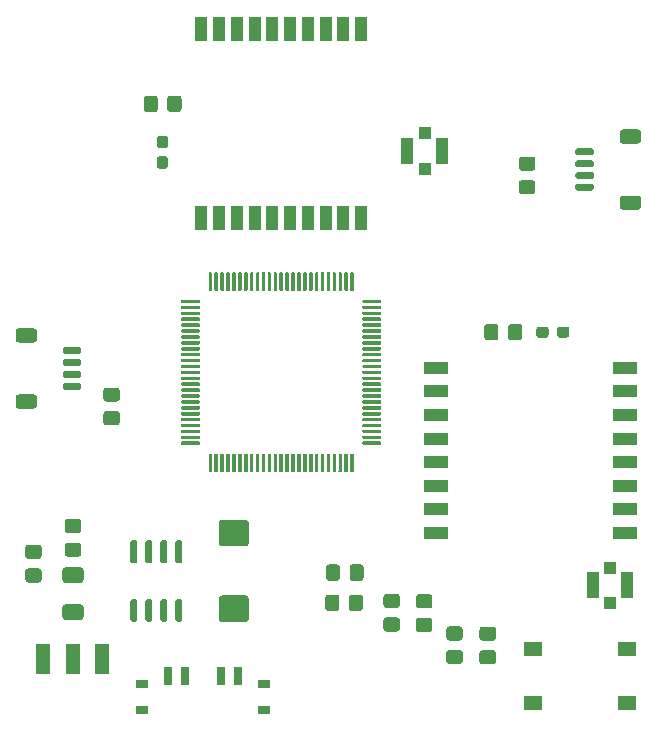
<source format=gbr>
%TF.GenerationSoftware,KiCad,Pcbnew,(5.1.7)-1*%
%TF.CreationDate,2020-10-23T17:33:59-04:00*%
%TF.ProjectId,final_schematic,66696e61-6c5f-4736-9368-656d61746963,3*%
%TF.SameCoordinates,Original*%
%TF.FileFunction,Paste,Top*%
%TF.FilePolarity,Positive*%
%FSLAX46Y46*%
G04 Gerber Fmt 4.6, Leading zero omitted, Abs format (unit mm)*
G04 Created by KiCad (PCBNEW (5.1.7)-1) date 2020-10-23 17:33:59*
%MOMM*%
%LPD*%
G01*
G04 APERTURE LIST*
%ADD10R,1.000000X1.000000*%
%ADD11R,1.050000X2.200000*%
%ADD12R,0.700000X1.500000*%
%ADD13R,1.000000X0.800000*%
%ADD14R,1.250000X2.500000*%
%ADD15R,1.550000X1.300000*%
%ADD16R,1.000000X2.000000*%
%ADD17R,2.000000X1.000000*%
G04 APERTURE END LIST*
%TO.C,OLED Qwiic*%
G36*
G01*
X99024199Y-78323800D02*
X100324201Y-78323800D01*
G75*
G02*
X100574200Y-78573799I0J-249999D01*
G01*
X100574200Y-79273801D01*
G75*
G02*
X100324201Y-79523800I-249999J0D01*
G01*
X99024199Y-79523800D01*
G75*
G02*
X98774200Y-79273801I0J249999D01*
G01*
X98774200Y-78573799D01*
G75*
G02*
X99024199Y-78323800I249999J0D01*
G01*
G37*
G36*
G01*
X99024199Y-72723800D02*
X100324201Y-72723800D01*
G75*
G02*
X100574200Y-72973799I0J-249999D01*
G01*
X100574200Y-73673801D01*
G75*
G02*
X100324201Y-73923800I-249999J0D01*
G01*
X99024199Y-73923800D01*
G75*
G02*
X98774200Y-73673801I0J249999D01*
G01*
X98774200Y-72973799D01*
G75*
G02*
X99024199Y-72723800I249999J0D01*
G01*
G37*
G36*
G01*
X102924200Y-77323800D02*
X104174200Y-77323800D01*
G75*
G02*
X104324200Y-77473800I0J-150000D01*
G01*
X104324200Y-77773800D01*
G75*
G02*
X104174200Y-77923800I-150000J0D01*
G01*
X102924200Y-77923800D01*
G75*
G02*
X102774200Y-77773800I0J150000D01*
G01*
X102774200Y-77473800D01*
G75*
G02*
X102924200Y-77323800I150000J0D01*
G01*
G37*
G36*
G01*
X102924200Y-76323800D02*
X104174200Y-76323800D01*
G75*
G02*
X104324200Y-76473800I0J-150000D01*
G01*
X104324200Y-76773800D01*
G75*
G02*
X104174200Y-76923800I-150000J0D01*
G01*
X102924200Y-76923800D01*
G75*
G02*
X102774200Y-76773800I0J150000D01*
G01*
X102774200Y-76473800D01*
G75*
G02*
X102924200Y-76323800I150000J0D01*
G01*
G37*
G36*
G01*
X102924200Y-75323800D02*
X104174200Y-75323800D01*
G75*
G02*
X104324200Y-75473800I0J-150000D01*
G01*
X104324200Y-75773800D01*
G75*
G02*
X104174200Y-75923800I-150000J0D01*
G01*
X102924200Y-75923800D01*
G75*
G02*
X102774200Y-75773800I0J150000D01*
G01*
X102774200Y-75473800D01*
G75*
G02*
X102924200Y-75323800I150000J0D01*
G01*
G37*
G36*
G01*
X102924200Y-74323800D02*
X104174200Y-74323800D01*
G75*
G02*
X104324200Y-74473800I0J-150000D01*
G01*
X104324200Y-74773800D01*
G75*
G02*
X104174200Y-74923800I-150000J0D01*
G01*
X102924200Y-74923800D01*
G75*
G02*
X102774200Y-74773800I0J150000D01*
G01*
X102774200Y-74473800D01*
G75*
G02*
X102924200Y-74323800I150000J0D01*
G01*
G37*
%TD*%
%TO.C,IMU*%
G36*
G01*
X151470601Y-57083600D02*
X150170599Y-57083600D01*
G75*
G02*
X149920600Y-56833601I0J249999D01*
G01*
X149920600Y-56133599D01*
G75*
G02*
X150170599Y-55883600I249999J0D01*
G01*
X151470601Y-55883600D01*
G75*
G02*
X151720600Y-56133599I0J-249999D01*
G01*
X151720600Y-56833601D01*
G75*
G02*
X151470601Y-57083600I-249999J0D01*
G01*
G37*
G36*
G01*
X151470601Y-62683600D02*
X150170599Y-62683600D01*
G75*
G02*
X149920600Y-62433601I0J249999D01*
G01*
X149920600Y-61733599D01*
G75*
G02*
X150170599Y-61483600I249999J0D01*
G01*
X151470601Y-61483600D01*
G75*
G02*
X151720600Y-61733599I0J-249999D01*
G01*
X151720600Y-62433601D01*
G75*
G02*
X151470601Y-62683600I-249999J0D01*
G01*
G37*
G36*
G01*
X147570600Y-58083600D02*
X146320600Y-58083600D01*
G75*
G02*
X146170600Y-57933600I0J150000D01*
G01*
X146170600Y-57633600D01*
G75*
G02*
X146320600Y-57483600I150000J0D01*
G01*
X147570600Y-57483600D01*
G75*
G02*
X147720600Y-57633600I0J-150000D01*
G01*
X147720600Y-57933600D01*
G75*
G02*
X147570600Y-58083600I-150000J0D01*
G01*
G37*
G36*
G01*
X147570600Y-59083600D02*
X146320600Y-59083600D01*
G75*
G02*
X146170600Y-58933600I0J150000D01*
G01*
X146170600Y-58633600D01*
G75*
G02*
X146320600Y-58483600I150000J0D01*
G01*
X147570600Y-58483600D01*
G75*
G02*
X147720600Y-58633600I0J-150000D01*
G01*
X147720600Y-58933600D01*
G75*
G02*
X147570600Y-59083600I-150000J0D01*
G01*
G37*
G36*
G01*
X147570600Y-60083600D02*
X146320600Y-60083600D01*
G75*
G02*
X146170600Y-59933600I0J150000D01*
G01*
X146170600Y-59633600D01*
G75*
G02*
X146320600Y-59483600I150000J0D01*
G01*
X147570600Y-59483600D01*
G75*
G02*
X147720600Y-59633600I0J-150000D01*
G01*
X147720600Y-59933600D01*
G75*
G02*
X147570600Y-60083600I-150000J0D01*
G01*
G37*
G36*
G01*
X147570600Y-61083600D02*
X146320600Y-61083600D01*
G75*
G02*
X146170600Y-60933600I0J150000D01*
G01*
X146170600Y-60633600D01*
G75*
G02*
X146320600Y-60483600I150000J0D01*
G01*
X147570600Y-60483600D01*
G75*
G02*
X147720600Y-60633600I0J-150000D01*
G01*
X147720600Y-60933600D01*
G75*
G02*
X147570600Y-61083600I-150000J0D01*
G01*
G37*
%TD*%
%TO.C,R9*%
G36*
G01*
X135478099Y-97955300D02*
X136378101Y-97955300D01*
G75*
G02*
X136628100Y-98205299I0J-249999D01*
G01*
X136628100Y-98905301D01*
G75*
G02*
X136378101Y-99155300I-249999J0D01*
G01*
X135478099Y-99155300D01*
G75*
G02*
X135228100Y-98905301I0J249999D01*
G01*
X135228100Y-98205299D01*
G75*
G02*
X135478099Y-97955300I249999J0D01*
G01*
G37*
G36*
G01*
X135478099Y-99955300D02*
X136378101Y-99955300D01*
G75*
G02*
X136628100Y-100205299I0J-249999D01*
G01*
X136628100Y-100905301D01*
G75*
G02*
X136378101Y-101155300I-249999J0D01*
G01*
X135478099Y-101155300D01*
G75*
G02*
X135228100Y-100905301I0J249999D01*
G01*
X135228100Y-100205299D01*
G75*
G02*
X135478099Y-99955300I249999J0D01*
G01*
G37*
%TD*%
%TO.C,R14*%
G36*
G01*
X126180900Y-95511199D02*
X126180900Y-96411201D01*
G75*
G02*
X125930901Y-96661200I-249999J0D01*
G01*
X125230899Y-96661200D01*
G75*
G02*
X124980900Y-96411201I0J249999D01*
G01*
X124980900Y-95511199D01*
G75*
G02*
X125230899Y-95261200I249999J0D01*
G01*
X125930901Y-95261200D01*
G75*
G02*
X126180900Y-95511199I0J-249999D01*
G01*
G37*
G36*
G01*
X128180900Y-95511199D02*
X128180900Y-96411201D01*
G75*
G02*
X127930901Y-96661200I-249999J0D01*
G01*
X127230899Y-96661200D01*
G75*
G02*
X126980900Y-96411201I0J249999D01*
G01*
X126980900Y-95511199D01*
G75*
G02*
X127230899Y-95261200I249999J0D01*
G01*
X127930901Y-95261200D01*
G75*
G02*
X128180900Y-95511199I0J-249999D01*
G01*
G37*
%TD*%
%TO.C,R8*%
G36*
G01*
X126244400Y-92958499D02*
X126244400Y-93858501D01*
G75*
G02*
X125994401Y-94108500I-249999J0D01*
G01*
X125294399Y-94108500D01*
G75*
G02*
X125044400Y-93858501I0J249999D01*
G01*
X125044400Y-92958499D01*
G75*
G02*
X125294399Y-92708500I249999J0D01*
G01*
X125994401Y-92708500D01*
G75*
G02*
X126244400Y-92958499I0J-249999D01*
G01*
G37*
G36*
G01*
X128244400Y-92958499D02*
X128244400Y-93858501D01*
G75*
G02*
X127994401Y-94108500I-249999J0D01*
G01*
X127294399Y-94108500D01*
G75*
G02*
X127044400Y-93858501I0J249999D01*
G01*
X127044400Y-92958499D01*
G75*
G02*
X127294399Y-92708500I249999J0D01*
G01*
X127994401Y-92708500D01*
G75*
G02*
X128244400Y-92958499I0J-249999D01*
G01*
G37*
%TD*%
%TO.C,R7*%
G36*
G01*
X141624899Y-60178900D02*
X142524901Y-60178900D01*
G75*
G02*
X142774900Y-60428899I0J-249999D01*
G01*
X142774900Y-61128901D01*
G75*
G02*
X142524901Y-61378900I-249999J0D01*
G01*
X141624899Y-61378900D01*
G75*
G02*
X141374900Y-61128901I0J249999D01*
G01*
X141374900Y-60428899D01*
G75*
G02*
X141624899Y-60178900I249999J0D01*
G01*
G37*
G36*
G01*
X141624899Y-58178900D02*
X142524901Y-58178900D01*
G75*
G02*
X142774900Y-58428899I0J-249999D01*
G01*
X142774900Y-59128901D01*
G75*
G02*
X142524901Y-59378900I-249999J0D01*
G01*
X141624899Y-59378900D01*
G75*
G02*
X141374900Y-59128901I0J249999D01*
G01*
X141374900Y-58428899D01*
G75*
G02*
X141624899Y-58178900I249999J0D01*
G01*
G37*
%TD*%
%TO.C,R6*%
G36*
G01*
X107345901Y-78936900D02*
X106445899Y-78936900D01*
G75*
G02*
X106195900Y-78686901I0J249999D01*
G01*
X106195900Y-77986899D01*
G75*
G02*
X106445899Y-77736900I249999J0D01*
G01*
X107345901Y-77736900D01*
G75*
G02*
X107595900Y-77986899I0J-249999D01*
G01*
X107595900Y-78686901D01*
G75*
G02*
X107345901Y-78936900I-249999J0D01*
G01*
G37*
G36*
G01*
X107345901Y-80936900D02*
X106445899Y-80936900D01*
G75*
G02*
X106195900Y-80686901I0J249999D01*
G01*
X106195900Y-79986899D01*
G75*
G02*
X106445899Y-79736900I249999J0D01*
G01*
X107345901Y-79736900D01*
G75*
G02*
X107595900Y-79986899I0J-249999D01*
G01*
X107595900Y-80686901D01*
G75*
G02*
X107345901Y-80936900I-249999J0D01*
G01*
G37*
%TD*%
%TO.C,C1*%
G36*
G01*
X104282001Y-94286500D02*
X102981999Y-94286500D01*
G75*
G02*
X102732000Y-94036501I0J249999D01*
G01*
X102732000Y-93211499D01*
G75*
G02*
X102981999Y-92961500I249999J0D01*
G01*
X104282001Y-92961500D01*
G75*
G02*
X104532000Y-93211499I0J-249999D01*
G01*
X104532000Y-94036501D01*
G75*
G02*
X104282001Y-94286500I-249999J0D01*
G01*
G37*
G36*
G01*
X104282001Y-97411500D02*
X102981999Y-97411500D01*
G75*
G02*
X102732000Y-97161501I0J249999D01*
G01*
X102732000Y-96336499D01*
G75*
G02*
X102981999Y-96086500I249999J0D01*
G01*
X104282001Y-96086500D01*
G75*
G02*
X104532000Y-96336499I0J-249999D01*
G01*
X104532000Y-97161501D01*
G75*
G02*
X104282001Y-97411500I-249999J0D01*
G01*
G37*
%TD*%
%TO.C,C12*%
G36*
G01*
X116221399Y-88943800D02*
X118271401Y-88943800D01*
G75*
G02*
X118521400Y-89193799I0J-249999D01*
G01*
X118521400Y-90943801D01*
G75*
G02*
X118271401Y-91193800I-249999J0D01*
G01*
X116221399Y-91193800D01*
G75*
G02*
X115971400Y-90943801I0J249999D01*
G01*
X115971400Y-89193799D01*
G75*
G02*
X116221399Y-88943800I249999J0D01*
G01*
G37*
G36*
G01*
X116221399Y-95343800D02*
X118271401Y-95343800D01*
G75*
G02*
X118521400Y-95593799I0J-249999D01*
G01*
X118521400Y-97343801D01*
G75*
G02*
X118271401Y-97593800I-249999J0D01*
G01*
X116221399Y-97593800D01*
G75*
G02*
X115971400Y-97343801I0J249999D01*
G01*
X115971400Y-95593799D01*
G75*
G02*
X116221399Y-95343800I249999J0D01*
G01*
G37*
%TD*%
%TO.C,D1*%
G36*
G01*
X110963700Y-58160400D02*
X111438700Y-58160400D01*
G75*
G02*
X111676200Y-58397900I0J-237500D01*
G01*
X111676200Y-58972900D01*
G75*
G02*
X111438700Y-59210400I-237500J0D01*
G01*
X110963700Y-59210400D01*
G75*
G02*
X110726200Y-58972900I0J237500D01*
G01*
X110726200Y-58397900D01*
G75*
G02*
X110963700Y-58160400I237500J0D01*
G01*
G37*
G36*
G01*
X110963700Y-56410400D02*
X111438700Y-56410400D01*
G75*
G02*
X111676200Y-56647900I0J-237500D01*
G01*
X111676200Y-57222900D01*
G75*
G02*
X111438700Y-57460400I-237500J0D01*
G01*
X110963700Y-57460400D01*
G75*
G02*
X110726200Y-57222900I0J237500D01*
G01*
X110726200Y-56647900D01*
G75*
G02*
X110963700Y-56410400I237500J0D01*
G01*
G37*
%TD*%
%TO.C,D2*%
G36*
G01*
X142852000Y-73287900D02*
X142852000Y-72812900D01*
G75*
G02*
X143089500Y-72575400I237500J0D01*
G01*
X143664500Y-72575400D01*
G75*
G02*
X143902000Y-72812900I0J-237500D01*
G01*
X143902000Y-73287900D01*
G75*
G02*
X143664500Y-73525400I-237500J0D01*
G01*
X143089500Y-73525400D01*
G75*
G02*
X142852000Y-73287900I0J237500D01*
G01*
G37*
G36*
G01*
X144602000Y-73287900D02*
X144602000Y-72812900D01*
G75*
G02*
X144839500Y-72575400I237500J0D01*
G01*
X145414500Y-72575400D01*
G75*
G02*
X145652000Y-72812900I0J-237500D01*
G01*
X145652000Y-73287900D01*
G75*
G02*
X145414500Y-73525400I-237500J0D01*
G01*
X144839500Y-73525400D01*
G75*
G02*
X144602000Y-73287900I0J237500D01*
G01*
G37*
%TD*%
D10*
%TO.C,J8*%
X133424199Y-56196100D03*
X133424199Y-59196100D03*
D11*
X131949199Y-57696100D03*
X134899199Y-57696100D03*
%TD*%
%TO.C,RADIO_COAX*%
X150566600Y-94488000D03*
X147616600Y-94488000D03*
D10*
X149091600Y-95988000D03*
X149091600Y-92988000D03*
%TD*%
%TO.C,R1*%
G36*
G01*
X109617200Y-54171001D02*
X109617200Y-53270999D01*
G75*
G02*
X109867199Y-53021000I249999J0D01*
G01*
X110567201Y-53021000D01*
G75*
G02*
X110817200Y-53270999I0J-249999D01*
G01*
X110817200Y-54171001D01*
G75*
G02*
X110567201Y-54421000I-249999J0D01*
G01*
X109867199Y-54421000D01*
G75*
G02*
X109617200Y-54171001I0J249999D01*
G01*
G37*
G36*
G01*
X111617200Y-54171001D02*
X111617200Y-53270999D01*
G75*
G02*
X111867199Y-53021000I249999J0D01*
G01*
X112567201Y-53021000D01*
G75*
G02*
X112817200Y-53270999I0J-249999D01*
G01*
X112817200Y-54171001D01*
G75*
G02*
X112567201Y-54421000I-249999J0D01*
G01*
X111867199Y-54421000D01*
G75*
G02*
X111617200Y-54171001I0J249999D01*
G01*
G37*
%TD*%
%TO.C,R2*%
G36*
G01*
X138455600Y-73500401D02*
X138455600Y-72600399D01*
G75*
G02*
X138705599Y-72350400I249999J0D01*
G01*
X139405601Y-72350400D01*
G75*
G02*
X139655600Y-72600399I0J-249999D01*
G01*
X139655600Y-73500401D01*
G75*
G02*
X139405601Y-73750400I-249999J0D01*
G01*
X138705599Y-73750400D01*
G75*
G02*
X138455600Y-73500401I0J249999D01*
G01*
G37*
G36*
G01*
X140455600Y-73500401D02*
X140455600Y-72600399D01*
G75*
G02*
X140705599Y-72350400I249999J0D01*
G01*
X141405601Y-72350400D01*
G75*
G02*
X141655600Y-72600399I0J-249999D01*
G01*
X141655600Y-73500401D01*
G75*
G02*
X141405601Y-73750400I-249999J0D01*
G01*
X140705599Y-73750400D01*
G75*
G02*
X140455600Y-73500401I0J249999D01*
G01*
G37*
%TD*%
%TO.C,R3*%
G36*
G01*
X103181999Y-90862100D02*
X104082001Y-90862100D01*
G75*
G02*
X104332000Y-91112099I0J-249999D01*
G01*
X104332000Y-91812101D01*
G75*
G02*
X104082001Y-92062100I-249999J0D01*
G01*
X103181999Y-92062100D01*
G75*
G02*
X102932000Y-91812101I0J249999D01*
G01*
X102932000Y-91112099D01*
G75*
G02*
X103181999Y-90862100I249999J0D01*
G01*
G37*
G36*
G01*
X103181999Y-88862100D02*
X104082001Y-88862100D01*
G75*
G02*
X104332000Y-89112099I0J-249999D01*
G01*
X104332000Y-89812101D01*
G75*
G02*
X104082001Y-90062100I-249999J0D01*
G01*
X103181999Y-90062100D01*
G75*
G02*
X102932000Y-89812101I0J249999D01*
G01*
X102932000Y-89112099D01*
G75*
G02*
X103181999Y-88862100I249999J0D01*
G01*
G37*
%TD*%
%TO.C,R4*%
G36*
G01*
X138297499Y-99984000D02*
X139197501Y-99984000D01*
G75*
G02*
X139447500Y-100233999I0J-249999D01*
G01*
X139447500Y-100934001D01*
G75*
G02*
X139197501Y-101184000I-249999J0D01*
G01*
X138297499Y-101184000D01*
G75*
G02*
X138047500Y-100934001I0J249999D01*
G01*
X138047500Y-100233999D01*
G75*
G02*
X138297499Y-99984000I249999J0D01*
G01*
G37*
G36*
G01*
X138297499Y-97984000D02*
X139197501Y-97984000D01*
G75*
G02*
X139447500Y-98233999I0J-249999D01*
G01*
X139447500Y-98934001D01*
G75*
G02*
X139197501Y-99184000I-249999J0D01*
G01*
X138297499Y-99184000D01*
G75*
G02*
X138047500Y-98934001I0J249999D01*
G01*
X138047500Y-98233999D01*
G75*
G02*
X138297499Y-97984000I249999J0D01*
G01*
G37*
%TD*%
%TO.C,R5*%
G36*
G01*
X132912699Y-95240800D02*
X133812701Y-95240800D01*
G75*
G02*
X134062700Y-95490799I0J-249999D01*
G01*
X134062700Y-96190801D01*
G75*
G02*
X133812701Y-96440800I-249999J0D01*
G01*
X132912699Y-96440800D01*
G75*
G02*
X132662700Y-96190801I0J249999D01*
G01*
X132662700Y-95490799D01*
G75*
G02*
X132912699Y-95240800I249999J0D01*
G01*
G37*
G36*
G01*
X132912699Y-97240800D02*
X133812701Y-97240800D01*
G75*
G02*
X134062700Y-97490799I0J-249999D01*
G01*
X134062700Y-98190801D01*
G75*
G02*
X133812701Y-98440800I-249999J0D01*
G01*
X132912699Y-98440800D01*
G75*
G02*
X132662700Y-98190801I0J249999D01*
G01*
X132662700Y-97490799D01*
G75*
G02*
X132912699Y-97240800I249999J0D01*
G01*
G37*
%TD*%
%TO.C,R10*%
G36*
G01*
X99829199Y-93046500D02*
X100729201Y-93046500D01*
G75*
G02*
X100979200Y-93296499I0J-249999D01*
G01*
X100979200Y-93996501D01*
G75*
G02*
X100729201Y-94246500I-249999J0D01*
G01*
X99829199Y-94246500D01*
G75*
G02*
X99579200Y-93996501I0J249999D01*
G01*
X99579200Y-93296499D01*
G75*
G02*
X99829199Y-93046500I249999J0D01*
G01*
G37*
G36*
G01*
X99829199Y-91046500D02*
X100729201Y-91046500D01*
G75*
G02*
X100979200Y-91296499I0J-249999D01*
G01*
X100979200Y-91996501D01*
G75*
G02*
X100729201Y-92246500I-249999J0D01*
G01*
X99829199Y-92246500D01*
G75*
G02*
X99579200Y-91996501I0J249999D01*
G01*
X99579200Y-91296499D01*
G75*
G02*
X99829199Y-91046500I249999J0D01*
G01*
G37*
%TD*%
%TO.C,R11*%
G36*
G01*
X130169499Y-95202700D02*
X131069501Y-95202700D01*
G75*
G02*
X131319500Y-95452699I0J-249999D01*
G01*
X131319500Y-96152701D01*
G75*
G02*
X131069501Y-96402700I-249999J0D01*
G01*
X130169499Y-96402700D01*
G75*
G02*
X129919500Y-96152701I0J249999D01*
G01*
X129919500Y-95452699D01*
G75*
G02*
X130169499Y-95202700I249999J0D01*
G01*
G37*
G36*
G01*
X130169499Y-97202700D02*
X131069501Y-97202700D01*
G75*
G02*
X131319500Y-97452699I0J-249999D01*
G01*
X131319500Y-98152701D01*
G75*
G02*
X131069501Y-98402700I-249999J0D01*
G01*
X130169499Y-98402700D01*
G75*
G02*
X129919500Y-98152701I0J249999D01*
G01*
X129919500Y-97452699D01*
G75*
G02*
X130169499Y-97202700I249999J0D01*
G01*
G37*
%TD*%
D12*
%TO.C,S1*%
X111642900Y-102163900D03*
X113142900Y-102163900D03*
X116142900Y-102163900D03*
X117642900Y-102163900D03*
D13*
X109492900Y-105023900D03*
X119792900Y-105023900D03*
X119792900Y-102813900D03*
X109492900Y-102813900D03*
%TD*%
D14*
%TO.C,SESS*%
X101106600Y-100691500D03*
X103606600Y-100691500D03*
X106106600Y-100691500D03*
%TD*%
D15*
%TO.C,RADIO PUSH*%
X142561600Y-104408800D03*
X142561600Y-99908800D03*
X150521600Y-99908800D03*
X150521600Y-104408800D03*
%TD*%
%TO.C,MICRO*%
G36*
G01*
X115334600Y-84929000D02*
X115184600Y-84929000D01*
G75*
G02*
X115109600Y-84854000I0J75000D01*
G01*
X115109600Y-83404000D01*
G75*
G02*
X115184600Y-83329000I75000J0D01*
G01*
X115334600Y-83329000D01*
G75*
G02*
X115409600Y-83404000I0J-75000D01*
G01*
X115409600Y-84854000D01*
G75*
G02*
X115334600Y-84929000I-75000J0D01*
G01*
G37*
G36*
G01*
X115834600Y-84929000D02*
X115684600Y-84929000D01*
G75*
G02*
X115609600Y-84854000I0J75000D01*
G01*
X115609600Y-83404000D01*
G75*
G02*
X115684600Y-83329000I75000J0D01*
G01*
X115834600Y-83329000D01*
G75*
G02*
X115909600Y-83404000I0J-75000D01*
G01*
X115909600Y-84854000D01*
G75*
G02*
X115834600Y-84929000I-75000J0D01*
G01*
G37*
G36*
G01*
X116334600Y-84929000D02*
X116184600Y-84929000D01*
G75*
G02*
X116109600Y-84854000I0J75000D01*
G01*
X116109600Y-83404000D01*
G75*
G02*
X116184600Y-83329000I75000J0D01*
G01*
X116334600Y-83329000D01*
G75*
G02*
X116409600Y-83404000I0J-75000D01*
G01*
X116409600Y-84854000D01*
G75*
G02*
X116334600Y-84929000I-75000J0D01*
G01*
G37*
G36*
G01*
X116834600Y-84929000D02*
X116684600Y-84929000D01*
G75*
G02*
X116609600Y-84854000I0J75000D01*
G01*
X116609600Y-83404000D01*
G75*
G02*
X116684600Y-83329000I75000J0D01*
G01*
X116834600Y-83329000D01*
G75*
G02*
X116909600Y-83404000I0J-75000D01*
G01*
X116909600Y-84854000D01*
G75*
G02*
X116834600Y-84929000I-75000J0D01*
G01*
G37*
G36*
G01*
X117334600Y-84929000D02*
X117184600Y-84929000D01*
G75*
G02*
X117109600Y-84854000I0J75000D01*
G01*
X117109600Y-83404000D01*
G75*
G02*
X117184600Y-83329000I75000J0D01*
G01*
X117334600Y-83329000D01*
G75*
G02*
X117409600Y-83404000I0J-75000D01*
G01*
X117409600Y-84854000D01*
G75*
G02*
X117334600Y-84929000I-75000J0D01*
G01*
G37*
G36*
G01*
X117834600Y-84929000D02*
X117684600Y-84929000D01*
G75*
G02*
X117609600Y-84854000I0J75000D01*
G01*
X117609600Y-83404000D01*
G75*
G02*
X117684600Y-83329000I75000J0D01*
G01*
X117834600Y-83329000D01*
G75*
G02*
X117909600Y-83404000I0J-75000D01*
G01*
X117909600Y-84854000D01*
G75*
G02*
X117834600Y-84929000I-75000J0D01*
G01*
G37*
G36*
G01*
X118334600Y-84929000D02*
X118184600Y-84929000D01*
G75*
G02*
X118109600Y-84854000I0J75000D01*
G01*
X118109600Y-83404000D01*
G75*
G02*
X118184600Y-83329000I75000J0D01*
G01*
X118334600Y-83329000D01*
G75*
G02*
X118409600Y-83404000I0J-75000D01*
G01*
X118409600Y-84854000D01*
G75*
G02*
X118334600Y-84929000I-75000J0D01*
G01*
G37*
G36*
G01*
X118834600Y-84929000D02*
X118684600Y-84929000D01*
G75*
G02*
X118609600Y-84854000I0J75000D01*
G01*
X118609600Y-83404000D01*
G75*
G02*
X118684600Y-83329000I75000J0D01*
G01*
X118834600Y-83329000D01*
G75*
G02*
X118909600Y-83404000I0J-75000D01*
G01*
X118909600Y-84854000D01*
G75*
G02*
X118834600Y-84929000I-75000J0D01*
G01*
G37*
G36*
G01*
X119334600Y-84929000D02*
X119184600Y-84929000D01*
G75*
G02*
X119109600Y-84854000I0J75000D01*
G01*
X119109600Y-83404000D01*
G75*
G02*
X119184600Y-83329000I75000J0D01*
G01*
X119334600Y-83329000D01*
G75*
G02*
X119409600Y-83404000I0J-75000D01*
G01*
X119409600Y-84854000D01*
G75*
G02*
X119334600Y-84929000I-75000J0D01*
G01*
G37*
G36*
G01*
X119834600Y-84929000D02*
X119684600Y-84929000D01*
G75*
G02*
X119609600Y-84854000I0J75000D01*
G01*
X119609600Y-83404000D01*
G75*
G02*
X119684600Y-83329000I75000J0D01*
G01*
X119834600Y-83329000D01*
G75*
G02*
X119909600Y-83404000I0J-75000D01*
G01*
X119909600Y-84854000D01*
G75*
G02*
X119834600Y-84929000I-75000J0D01*
G01*
G37*
G36*
G01*
X120334600Y-84929000D02*
X120184600Y-84929000D01*
G75*
G02*
X120109600Y-84854000I0J75000D01*
G01*
X120109600Y-83404000D01*
G75*
G02*
X120184600Y-83329000I75000J0D01*
G01*
X120334600Y-83329000D01*
G75*
G02*
X120409600Y-83404000I0J-75000D01*
G01*
X120409600Y-84854000D01*
G75*
G02*
X120334600Y-84929000I-75000J0D01*
G01*
G37*
G36*
G01*
X120834600Y-84929000D02*
X120684600Y-84929000D01*
G75*
G02*
X120609600Y-84854000I0J75000D01*
G01*
X120609600Y-83404000D01*
G75*
G02*
X120684600Y-83329000I75000J0D01*
G01*
X120834600Y-83329000D01*
G75*
G02*
X120909600Y-83404000I0J-75000D01*
G01*
X120909600Y-84854000D01*
G75*
G02*
X120834600Y-84929000I-75000J0D01*
G01*
G37*
G36*
G01*
X121334600Y-84929000D02*
X121184600Y-84929000D01*
G75*
G02*
X121109600Y-84854000I0J75000D01*
G01*
X121109600Y-83404000D01*
G75*
G02*
X121184600Y-83329000I75000J0D01*
G01*
X121334600Y-83329000D01*
G75*
G02*
X121409600Y-83404000I0J-75000D01*
G01*
X121409600Y-84854000D01*
G75*
G02*
X121334600Y-84929000I-75000J0D01*
G01*
G37*
G36*
G01*
X121834600Y-84929000D02*
X121684600Y-84929000D01*
G75*
G02*
X121609600Y-84854000I0J75000D01*
G01*
X121609600Y-83404000D01*
G75*
G02*
X121684600Y-83329000I75000J0D01*
G01*
X121834600Y-83329000D01*
G75*
G02*
X121909600Y-83404000I0J-75000D01*
G01*
X121909600Y-84854000D01*
G75*
G02*
X121834600Y-84929000I-75000J0D01*
G01*
G37*
G36*
G01*
X122334600Y-84929000D02*
X122184600Y-84929000D01*
G75*
G02*
X122109600Y-84854000I0J75000D01*
G01*
X122109600Y-83404000D01*
G75*
G02*
X122184600Y-83329000I75000J0D01*
G01*
X122334600Y-83329000D01*
G75*
G02*
X122409600Y-83404000I0J-75000D01*
G01*
X122409600Y-84854000D01*
G75*
G02*
X122334600Y-84929000I-75000J0D01*
G01*
G37*
G36*
G01*
X122834600Y-84929000D02*
X122684600Y-84929000D01*
G75*
G02*
X122609600Y-84854000I0J75000D01*
G01*
X122609600Y-83404000D01*
G75*
G02*
X122684600Y-83329000I75000J0D01*
G01*
X122834600Y-83329000D01*
G75*
G02*
X122909600Y-83404000I0J-75000D01*
G01*
X122909600Y-84854000D01*
G75*
G02*
X122834600Y-84929000I-75000J0D01*
G01*
G37*
G36*
G01*
X123334600Y-84929000D02*
X123184600Y-84929000D01*
G75*
G02*
X123109600Y-84854000I0J75000D01*
G01*
X123109600Y-83404000D01*
G75*
G02*
X123184600Y-83329000I75000J0D01*
G01*
X123334600Y-83329000D01*
G75*
G02*
X123409600Y-83404000I0J-75000D01*
G01*
X123409600Y-84854000D01*
G75*
G02*
X123334600Y-84929000I-75000J0D01*
G01*
G37*
G36*
G01*
X123834600Y-84929000D02*
X123684600Y-84929000D01*
G75*
G02*
X123609600Y-84854000I0J75000D01*
G01*
X123609600Y-83404000D01*
G75*
G02*
X123684600Y-83329000I75000J0D01*
G01*
X123834600Y-83329000D01*
G75*
G02*
X123909600Y-83404000I0J-75000D01*
G01*
X123909600Y-84854000D01*
G75*
G02*
X123834600Y-84929000I-75000J0D01*
G01*
G37*
G36*
G01*
X124334600Y-84929000D02*
X124184600Y-84929000D01*
G75*
G02*
X124109600Y-84854000I0J75000D01*
G01*
X124109600Y-83404000D01*
G75*
G02*
X124184600Y-83329000I75000J0D01*
G01*
X124334600Y-83329000D01*
G75*
G02*
X124409600Y-83404000I0J-75000D01*
G01*
X124409600Y-84854000D01*
G75*
G02*
X124334600Y-84929000I-75000J0D01*
G01*
G37*
G36*
G01*
X124834600Y-84929000D02*
X124684600Y-84929000D01*
G75*
G02*
X124609600Y-84854000I0J75000D01*
G01*
X124609600Y-83404000D01*
G75*
G02*
X124684600Y-83329000I75000J0D01*
G01*
X124834600Y-83329000D01*
G75*
G02*
X124909600Y-83404000I0J-75000D01*
G01*
X124909600Y-84854000D01*
G75*
G02*
X124834600Y-84929000I-75000J0D01*
G01*
G37*
G36*
G01*
X125334600Y-84929000D02*
X125184600Y-84929000D01*
G75*
G02*
X125109600Y-84854000I0J75000D01*
G01*
X125109600Y-83404000D01*
G75*
G02*
X125184600Y-83329000I75000J0D01*
G01*
X125334600Y-83329000D01*
G75*
G02*
X125409600Y-83404000I0J-75000D01*
G01*
X125409600Y-84854000D01*
G75*
G02*
X125334600Y-84929000I-75000J0D01*
G01*
G37*
G36*
G01*
X125834600Y-84929000D02*
X125684600Y-84929000D01*
G75*
G02*
X125609600Y-84854000I0J75000D01*
G01*
X125609600Y-83404000D01*
G75*
G02*
X125684600Y-83329000I75000J0D01*
G01*
X125834600Y-83329000D01*
G75*
G02*
X125909600Y-83404000I0J-75000D01*
G01*
X125909600Y-84854000D01*
G75*
G02*
X125834600Y-84929000I-75000J0D01*
G01*
G37*
G36*
G01*
X126334600Y-84929000D02*
X126184600Y-84929000D01*
G75*
G02*
X126109600Y-84854000I0J75000D01*
G01*
X126109600Y-83404000D01*
G75*
G02*
X126184600Y-83329000I75000J0D01*
G01*
X126334600Y-83329000D01*
G75*
G02*
X126409600Y-83404000I0J-75000D01*
G01*
X126409600Y-84854000D01*
G75*
G02*
X126334600Y-84929000I-75000J0D01*
G01*
G37*
G36*
G01*
X126834600Y-84929000D02*
X126684600Y-84929000D01*
G75*
G02*
X126609600Y-84854000I0J75000D01*
G01*
X126609600Y-83404000D01*
G75*
G02*
X126684600Y-83329000I75000J0D01*
G01*
X126834600Y-83329000D01*
G75*
G02*
X126909600Y-83404000I0J-75000D01*
G01*
X126909600Y-84854000D01*
G75*
G02*
X126834600Y-84929000I-75000J0D01*
G01*
G37*
G36*
G01*
X127334600Y-84929000D02*
X127184600Y-84929000D01*
G75*
G02*
X127109600Y-84854000I0J75000D01*
G01*
X127109600Y-83404000D01*
G75*
G02*
X127184600Y-83329000I75000J0D01*
G01*
X127334600Y-83329000D01*
G75*
G02*
X127409600Y-83404000I0J-75000D01*
G01*
X127409600Y-84854000D01*
G75*
G02*
X127334600Y-84929000I-75000J0D01*
G01*
G37*
G36*
G01*
X129659600Y-82604000D02*
X128209600Y-82604000D01*
G75*
G02*
X128134600Y-82529000I0J75000D01*
G01*
X128134600Y-82379000D01*
G75*
G02*
X128209600Y-82304000I75000J0D01*
G01*
X129659600Y-82304000D01*
G75*
G02*
X129734600Y-82379000I0J-75000D01*
G01*
X129734600Y-82529000D01*
G75*
G02*
X129659600Y-82604000I-75000J0D01*
G01*
G37*
G36*
G01*
X129659600Y-82104000D02*
X128209600Y-82104000D01*
G75*
G02*
X128134600Y-82029000I0J75000D01*
G01*
X128134600Y-81879000D01*
G75*
G02*
X128209600Y-81804000I75000J0D01*
G01*
X129659600Y-81804000D01*
G75*
G02*
X129734600Y-81879000I0J-75000D01*
G01*
X129734600Y-82029000D01*
G75*
G02*
X129659600Y-82104000I-75000J0D01*
G01*
G37*
G36*
G01*
X129659600Y-81604000D02*
X128209600Y-81604000D01*
G75*
G02*
X128134600Y-81529000I0J75000D01*
G01*
X128134600Y-81379000D01*
G75*
G02*
X128209600Y-81304000I75000J0D01*
G01*
X129659600Y-81304000D01*
G75*
G02*
X129734600Y-81379000I0J-75000D01*
G01*
X129734600Y-81529000D01*
G75*
G02*
X129659600Y-81604000I-75000J0D01*
G01*
G37*
G36*
G01*
X129659600Y-81104000D02*
X128209600Y-81104000D01*
G75*
G02*
X128134600Y-81029000I0J75000D01*
G01*
X128134600Y-80879000D01*
G75*
G02*
X128209600Y-80804000I75000J0D01*
G01*
X129659600Y-80804000D01*
G75*
G02*
X129734600Y-80879000I0J-75000D01*
G01*
X129734600Y-81029000D01*
G75*
G02*
X129659600Y-81104000I-75000J0D01*
G01*
G37*
G36*
G01*
X129659600Y-80604000D02*
X128209600Y-80604000D01*
G75*
G02*
X128134600Y-80529000I0J75000D01*
G01*
X128134600Y-80379000D01*
G75*
G02*
X128209600Y-80304000I75000J0D01*
G01*
X129659600Y-80304000D01*
G75*
G02*
X129734600Y-80379000I0J-75000D01*
G01*
X129734600Y-80529000D01*
G75*
G02*
X129659600Y-80604000I-75000J0D01*
G01*
G37*
G36*
G01*
X129659600Y-80104000D02*
X128209600Y-80104000D01*
G75*
G02*
X128134600Y-80029000I0J75000D01*
G01*
X128134600Y-79879000D01*
G75*
G02*
X128209600Y-79804000I75000J0D01*
G01*
X129659600Y-79804000D01*
G75*
G02*
X129734600Y-79879000I0J-75000D01*
G01*
X129734600Y-80029000D01*
G75*
G02*
X129659600Y-80104000I-75000J0D01*
G01*
G37*
G36*
G01*
X129659600Y-79604000D02*
X128209600Y-79604000D01*
G75*
G02*
X128134600Y-79529000I0J75000D01*
G01*
X128134600Y-79379000D01*
G75*
G02*
X128209600Y-79304000I75000J0D01*
G01*
X129659600Y-79304000D01*
G75*
G02*
X129734600Y-79379000I0J-75000D01*
G01*
X129734600Y-79529000D01*
G75*
G02*
X129659600Y-79604000I-75000J0D01*
G01*
G37*
G36*
G01*
X129659600Y-79104000D02*
X128209600Y-79104000D01*
G75*
G02*
X128134600Y-79029000I0J75000D01*
G01*
X128134600Y-78879000D01*
G75*
G02*
X128209600Y-78804000I75000J0D01*
G01*
X129659600Y-78804000D01*
G75*
G02*
X129734600Y-78879000I0J-75000D01*
G01*
X129734600Y-79029000D01*
G75*
G02*
X129659600Y-79104000I-75000J0D01*
G01*
G37*
G36*
G01*
X129659600Y-78604000D02*
X128209600Y-78604000D01*
G75*
G02*
X128134600Y-78529000I0J75000D01*
G01*
X128134600Y-78379000D01*
G75*
G02*
X128209600Y-78304000I75000J0D01*
G01*
X129659600Y-78304000D01*
G75*
G02*
X129734600Y-78379000I0J-75000D01*
G01*
X129734600Y-78529000D01*
G75*
G02*
X129659600Y-78604000I-75000J0D01*
G01*
G37*
G36*
G01*
X129659600Y-78104000D02*
X128209600Y-78104000D01*
G75*
G02*
X128134600Y-78029000I0J75000D01*
G01*
X128134600Y-77879000D01*
G75*
G02*
X128209600Y-77804000I75000J0D01*
G01*
X129659600Y-77804000D01*
G75*
G02*
X129734600Y-77879000I0J-75000D01*
G01*
X129734600Y-78029000D01*
G75*
G02*
X129659600Y-78104000I-75000J0D01*
G01*
G37*
G36*
G01*
X129659600Y-77604000D02*
X128209600Y-77604000D01*
G75*
G02*
X128134600Y-77529000I0J75000D01*
G01*
X128134600Y-77379000D01*
G75*
G02*
X128209600Y-77304000I75000J0D01*
G01*
X129659600Y-77304000D01*
G75*
G02*
X129734600Y-77379000I0J-75000D01*
G01*
X129734600Y-77529000D01*
G75*
G02*
X129659600Y-77604000I-75000J0D01*
G01*
G37*
G36*
G01*
X129659600Y-77104000D02*
X128209600Y-77104000D01*
G75*
G02*
X128134600Y-77029000I0J75000D01*
G01*
X128134600Y-76879000D01*
G75*
G02*
X128209600Y-76804000I75000J0D01*
G01*
X129659600Y-76804000D01*
G75*
G02*
X129734600Y-76879000I0J-75000D01*
G01*
X129734600Y-77029000D01*
G75*
G02*
X129659600Y-77104000I-75000J0D01*
G01*
G37*
G36*
G01*
X129659600Y-76604000D02*
X128209600Y-76604000D01*
G75*
G02*
X128134600Y-76529000I0J75000D01*
G01*
X128134600Y-76379000D01*
G75*
G02*
X128209600Y-76304000I75000J0D01*
G01*
X129659600Y-76304000D01*
G75*
G02*
X129734600Y-76379000I0J-75000D01*
G01*
X129734600Y-76529000D01*
G75*
G02*
X129659600Y-76604000I-75000J0D01*
G01*
G37*
G36*
G01*
X129659600Y-76104000D02*
X128209600Y-76104000D01*
G75*
G02*
X128134600Y-76029000I0J75000D01*
G01*
X128134600Y-75879000D01*
G75*
G02*
X128209600Y-75804000I75000J0D01*
G01*
X129659600Y-75804000D01*
G75*
G02*
X129734600Y-75879000I0J-75000D01*
G01*
X129734600Y-76029000D01*
G75*
G02*
X129659600Y-76104000I-75000J0D01*
G01*
G37*
G36*
G01*
X129659600Y-75604000D02*
X128209600Y-75604000D01*
G75*
G02*
X128134600Y-75529000I0J75000D01*
G01*
X128134600Y-75379000D01*
G75*
G02*
X128209600Y-75304000I75000J0D01*
G01*
X129659600Y-75304000D01*
G75*
G02*
X129734600Y-75379000I0J-75000D01*
G01*
X129734600Y-75529000D01*
G75*
G02*
X129659600Y-75604000I-75000J0D01*
G01*
G37*
G36*
G01*
X129659600Y-75104000D02*
X128209600Y-75104000D01*
G75*
G02*
X128134600Y-75029000I0J75000D01*
G01*
X128134600Y-74879000D01*
G75*
G02*
X128209600Y-74804000I75000J0D01*
G01*
X129659600Y-74804000D01*
G75*
G02*
X129734600Y-74879000I0J-75000D01*
G01*
X129734600Y-75029000D01*
G75*
G02*
X129659600Y-75104000I-75000J0D01*
G01*
G37*
G36*
G01*
X129659600Y-74604000D02*
X128209600Y-74604000D01*
G75*
G02*
X128134600Y-74529000I0J75000D01*
G01*
X128134600Y-74379000D01*
G75*
G02*
X128209600Y-74304000I75000J0D01*
G01*
X129659600Y-74304000D01*
G75*
G02*
X129734600Y-74379000I0J-75000D01*
G01*
X129734600Y-74529000D01*
G75*
G02*
X129659600Y-74604000I-75000J0D01*
G01*
G37*
G36*
G01*
X129659600Y-74104000D02*
X128209600Y-74104000D01*
G75*
G02*
X128134600Y-74029000I0J75000D01*
G01*
X128134600Y-73879000D01*
G75*
G02*
X128209600Y-73804000I75000J0D01*
G01*
X129659600Y-73804000D01*
G75*
G02*
X129734600Y-73879000I0J-75000D01*
G01*
X129734600Y-74029000D01*
G75*
G02*
X129659600Y-74104000I-75000J0D01*
G01*
G37*
G36*
G01*
X129659600Y-73604000D02*
X128209600Y-73604000D01*
G75*
G02*
X128134600Y-73529000I0J75000D01*
G01*
X128134600Y-73379000D01*
G75*
G02*
X128209600Y-73304000I75000J0D01*
G01*
X129659600Y-73304000D01*
G75*
G02*
X129734600Y-73379000I0J-75000D01*
G01*
X129734600Y-73529000D01*
G75*
G02*
X129659600Y-73604000I-75000J0D01*
G01*
G37*
G36*
G01*
X129659600Y-73104000D02*
X128209600Y-73104000D01*
G75*
G02*
X128134600Y-73029000I0J75000D01*
G01*
X128134600Y-72879000D01*
G75*
G02*
X128209600Y-72804000I75000J0D01*
G01*
X129659600Y-72804000D01*
G75*
G02*
X129734600Y-72879000I0J-75000D01*
G01*
X129734600Y-73029000D01*
G75*
G02*
X129659600Y-73104000I-75000J0D01*
G01*
G37*
G36*
G01*
X129659600Y-72604000D02*
X128209600Y-72604000D01*
G75*
G02*
X128134600Y-72529000I0J75000D01*
G01*
X128134600Y-72379000D01*
G75*
G02*
X128209600Y-72304000I75000J0D01*
G01*
X129659600Y-72304000D01*
G75*
G02*
X129734600Y-72379000I0J-75000D01*
G01*
X129734600Y-72529000D01*
G75*
G02*
X129659600Y-72604000I-75000J0D01*
G01*
G37*
G36*
G01*
X129659600Y-72104000D02*
X128209600Y-72104000D01*
G75*
G02*
X128134600Y-72029000I0J75000D01*
G01*
X128134600Y-71879000D01*
G75*
G02*
X128209600Y-71804000I75000J0D01*
G01*
X129659600Y-71804000D01*
G75*
G02*
X129734600Y-71879000I0J-75000D01*
G01*
X129734600Y-72029000D01*
G75*
G02*
X129659600Y-72104000I-75000J0D01*
G01*
G37*
G36*
G01*
X129659600Y-71604000D02*
X128209600Y-71604000D01*
G75*
G02*
X128134600Y-71529000I0J75000D01*
G01*
X128134600Y-71379000D01*
G75*
G02*
X128209600Y-71304000I75000J0D01*
G01*
X129659600Y-71304000D01*
G75*
G02*
X129734600Y-71379000I0J-75000D01*
G01*
X129734600Y-71529000D01*
G75*
G02*
X129659600Y-71604000I-75000J0D01*
G01*
G37*
G36*
G01*
X129659600Y-71104000D02*
X128209600Y-71104000D01*
G75*
G02*
X128134600Y-71029000I0J75000D01*
G01*
X128134600Y-70879000D01*
G75*
G02*
X128209600Y-70804000I75000J0D01*
G01*
X129659600Y-70804000D01*
G75*
G02*
X129734600Y-70879000I0J-75000D01*
G01*
X129734600Y-71029000D01*
G75*
G02*
X129659600Y-71104000I-75000J0D01*
G01*
G37*
G36*
G01*
X129659600Y-70604000D02*
X128209600Y-70604000D01*
G75*
G02*
X128134600Y-70529000I0J75000D01*
G01*
X128134600Y-70379000D01*
G75*
G02*
X128209600Y-70304000I75000J0D01*
G01*
X129659600Y-70304000D01*
G75*
G02*
X129734600Y-70379000I0J-75000D01*
G01*
X129734600Y-70529000D01*
G75*
G02*
X129659600Y-70604000I-75000J0D01*
G01*
G37*
G36*
G01*
X127334600Y-69579000D02*
X127184600Y-69579000D01*
G75*
G02*
X127109600Y-69504000I0J75000D01*
G01*
X127109600Y-68054000D01*
G75*
G02*
X127184600Y-67979000I75000J0D01*
G01*
X127334600Y-67979000D01*
G75*
G02*
X127409600Y-68054000I0J-75000D01*
G01*
X127409600Y-69504000D01*
G75*
G02*
X127334600Y-69579000I-75000J0D01*
G01*
G37*
G36*
G01*
X126834600Y-69579000D02*
X126684600Y-69579000D01*
G75*
G02*
X126609600Y-69504000I0J75000D01*
G01*
X126609600Y-68054000D01*
G75*
G02*
X126684600Y-67979000I75000J0D01*
G01*
X126834600Y-67979000D01*
G75*
G02*
X126909600Y-68054000I0J-75000D01*
G01*
X126909600Y-69504000D01*
G75*
G02*
X126834600Y-69579000I-75000J0D01*
G01*
G37*
G36*
G01*
X126334600Y-69579000D02*
X126184600Y-69579000D01*
G75*
G02*
X126109600Y-69504000I0J75000D01*
G01*
X126109600Y-68054000D01*
G75*
G02*
X126184600Y-67979000I75000J0D01*
G01*
X126334600Y-67979000D01*
G75*
G02*
X126409600Y-68054000I0J-75000D01*
G01*
X126409600Y-69504000D01*
G75*
G02*
X126334600Y-69579000I-75000J0D01*
G01*
G37*
G36*
G01*
X125834600Y-69579000D02*
X125684600Y-69579000D01*
G75*
G02*
X125609600Y-69504000I0J75000D01*
G01*
X125609600Y-68054000D01*
G75*
G02*
X125684600Y-67979000I75000J0D01*
G01*
X125834600Y-67979000D01*
G75*
G02*
X125909600Y-68054000I0J-75000D01*
G01*
X125909600Y-69504000D01*
G75*
G02*
X125834600Y-69579000I-75000J0D01*
G01*
G37*
G36*
G01*
X125334600Y-69579000D02*
X125184600Y-69579000D01*
G75*
G02*
X125109600Y-69504000I0J75000D01*
G01*
X125109600Y-68054000D01*
G75*
G02*
X125184600Y-67979000I75000J0D01*
G01*
X125334600Y-67979000D01*
G75*
G02*
X125409600Y-68054000I0J-75000D01*
G01*
X125409600Y-69504000D01*
G75*
G02*
X125334600Y-69579000I-75000J0D01*
G01*
G37*
G36*
G01*
X124834600Y-69579000D02*
X124684600Y-69579000D01*
G75*
G02*
X124609600Y-69504000I0J75000D01*
G01*
X124609600Y-68054000D01*
G75*
G02*
X124684600Y-67979000I75000J0D01*
G01*
X124834600Y-67979000D01*
G75*
G02*
X124909600Y-68054000I0J-75000D01*
G01*
X124909600Y-69504000D01*
G75*
G02*
X124834600Y-69579000I-75000J0D01*
G01*
G37*
G36*
G01*
X124334600Y-69579000D02*
X124184600Y-69579000D01*
G75*
G02*
X124109600Y-69504000I0J75000D01*
G01*
X124109600Y-68054000D01*
G75*
G02*
X124184600Y-67979000I75000J0D01*
G01*
X124334600Y-67979000D01*
G75*
G02*
X124409600Y-68054000I0J-75000D01*
G01*
X124409600Y-69504000D01*
G75*
G02*
X124334600Y-69579000I-75000J0D01*
G01*
G37*
G36*
G01*
X123834600Y-69579000D02*
X123684600Y-69579000D01*
G75*
G02*
X123609600Y-69504000I0J75000D01*
G01*
X123609600Y-68054000D01*
G75*
G02*
X123684600Y-67979000I75000J0D01*
G01*
X123834600Y-67979000D01*
G75*
G02*
X123909600Y-68054000I0J-75000D01*
G01*
X123909600Y-69504000D01*
G75*
G02*
X123834600Y-69579000I-75000J0D01*
G01*
G37*
G36*
G01*
X123334600Y-69579000D02*
X123184600Y-69579000D01*
G75*
G02*
X123109600Y-69504000I0J75000D01*
G01*
X123109600Y-68054000D01*
G75*
G02*
X123184600Y-67979000I75000J0D01*
G01*
X123334600Y-67979000D01*
G75*
G02*
X123409600Y-68054000I0J-75000D01*
G01*
X123409600Y-69504000D01*
G75*
G02*
X123334600Y-69579000I-75000J0D01*
G01*
G37*
G36*
G01*
X122834600Y-69579000D02*
X122684600Y-69579000D01*
G75*
G02*
X122609600Y-69504000I0J75000D01*
G01*
X122609600Y-68054000D01*
G75*
G02*
X122684600Y-67979000I75000J0D01*
G01*
X122834600Y-67979000D01*
G75*
G02*
X122909600Y-68054000I0J-75000D01*
G01*
X122909600Y-69504000D01*
G75*
G02*
X122834600Y-69579000I-75000J0D01*
G01*
G37*
G36*
G01*
X122334600Y-69579000D02*
X122184600Y-69579000D01*
G75*
G02*
X122109600Y-69504000I0J75000D01*
G01*
X122109600Y-68054000D01*
G75*
G02*
X122184600Y-67979000I75000J0D01*
G01*
X122334600Y-67979000D01*
G75*
G02*
X122409600Y-68054000I0J-75000D01*
G01*
X122409600Y-69504000D01*
G75*
G02*
X122334600Y-69579000I-75000J0D01*
G01*
G37*
G36*
G01*
X121834600Y-69579000D02*
X121684600Y-69579000D01*
G75*
G02*
X121609600Y-69504000I0J75000D01*
G01*
X121609600Y-68054000D01*
G75*
G02*
X121684600Y-67979000I75000J0D01*
G01*
X121834600Y-67979000D01*
G75*
G02*
X121909600Y-68054000I0J-75000D01*
G01*
X121909600Y-69504000D01*
G75*
G02*
X121834600Y-69579000I-75000J0D01*
G01*
G37*
G36*
G01*
X121334600Y-69579000D02*
X121184600Y-69579000D01*
G75*
G02*
X121109600Y-69504000I0J75000D01*
G01*
X121109600Y-68054000D01*
G75*
G02*
X121184600Y-67979000I75000J0D01*
G01*
X121334600Y-67979000D01*
G75*
G02*
X121409600Y-68054000I0J-75000D01*
G01*
X121409600Y-69504000D01*
G75*
G02*
X121334600Y-69579000I-75000J0D01*
G01*
G37*
G36*
G01*
X120834600Y-69579000D02*
X120684600Y-69579000D01*
G75*
G02*
X120609600Y-69504000I0J75000D01*
G01*
X120609600Y-68054000D01*
G75*
G02*
X120684600Y-67979000I75000J0D01*
G01*
X120834600Y-67979000D01*
G75*
G02*
X120909600Y-68054000I0J-75000D01*
G01*
X120909600Y-69504000D01*
G75*
G02*
X120834600Y-69579000I-75000J0D01*
G01*
G37*
G36*
G01*
X120334600Y-69579000D02*
X120184600Y-69579000D01*
G75*
G02*
X120109600Y-69504000I0J75000D01*
G01*
X120109600Y-68054000D01*
G75*
G02*
X120184600Y-67979000I75000J0D01*
G01*
X120334600Y-67979000D01*
G75*
G02*
X120409600Y-68054000I0J-75000D01*
G01*
X120409600Y-69504000D01*
G75*
G02*
X120334600Y-69579000I-75000J0D01*
G01*
G37*
G36*
G01*
X119834600Y-69579000D02*
X119684600Y-69579000D01*
G75*
G02*
X119609600Y-69504000I0J75000D01*
G01*
X119609600Y-68054000D01*
G75*
G02*
X119684600Y-67979000I75000J0D01*
G01*
X119834600Y-67979000D01*
G75*
G02*
X119909600Y-68054000I0J-75000D01*
G01*
X119909600Y-69504000D01*
G75*
G02*
X119834600Y-69579000I-75000J0D01*
G01*
G37*
G36*
G01*
X119334600Y-69579000D02*
X119184600Y-69579000D01*
G75*
G02*
X119109600Y-69504000I0J75000D01*
G01*
X119109600Y-68054000D01*
G75*
G02*
X119184600Y-67979000I75000J0D01*
G01*
X119334600Y-67979000D01*
G75*
G02*
X119409600Y-68054000I0J-75000D01*
G01*
X119409600Y-69504000D01*
G75*
G02*
X119334600Y-69579000I-75000J0D01*
G01*
G37*
G36*
G01*
X118834600Y-69579000D02*
X118684600Y-69579000D01*
G75*
G02*
X118609600Y-69504000I0J75000D01*
G01*
X118609600Y-68054000D01*
G75*
G02*
X118684600Y-67979000I75000J0D01*
G01*
X118834600Y-67979000D01*
G75*
G02*
X118909600Y-68054000I0J-75000D01*
G01*
X118909600Y-69504000D01*
G75*
G02*
X118834600Y-69579000I-75000J0D01*
G01*
G37*
G36*
G01*
X118334600Y-69579000D02*
X118184600Y-69579000D01*
G75*
G02*
X118109600Y-69504000I0J75000D01*
G01*
X118109600Y-68054000D01*
G75*
G02*
X118184600Y-67979000I75000J0D01*
G01*
X118334600Y-67979000D01*
G75*
G02*
X118409600Y-68054000I0J-75000D01*
G01*
X118409600Y-69504000D01*
G75*
G02*
X118334600Y-69579000I-75000J0D01*
G01*
G37*
G36*
G01*
X117834600Y-69579000D02*
X117684600Y-69579000D01*
G75*
G02*
X117609600Y-69504000I0J75000D01*
G01*
X117609600Y-68054000D01*
G75*
G02*
X117684600Y-67979000I75000J0D01*
G01*
X117834600Y-67979000D01*
G75*
G02*
X117909600Y-68054000I0J-75000D01*
G01*
X117909600Y-69504000D01*
G75*
G02*
X117834600Y-69579000I-75000J0D01*
G01*
G37*
G36*
G01*
X117334600Y-69579000D02*
X117184600Y-69579000D01*
G75*
G02*
X117109600Y-69504000I0J75000D01*
G01*
X117109600Y-68054000D01*
G75*
G02*
X117184600Y-67979000I75000J0D01*
G01*
X117334600Y-67979000D01*
G75*
G02*
X117409600Y-68054000I0J-75000D01*
G01*
X117409600Y-69504000D01*
G75*
G02*
X117334600Y-69579000I-75000J0D01*
G01*
G37*
G36*
G01*
X116834600Y-69579000D02*
X116684600Y-69579000D01*
G75*
G02*
X116609600Y-69504000I0J75000D01*
G01*
X116609600Y-68054000D01*
G75*
G02*
X116684600Y-67979000I75000J0D01*
G01*
X116834600Y-67979000D01*
G75*
G02*
X116909600Y-68054000I0J-75000D01*
G01*
X116909600Y-69504000D01*
G75*
G02*
X116834600Y-69579000I-75000J0D01*
G01*
G37*
G36*
G01*
X116334600Y-69579000D02*
X116184600Y-69579000D01*
G75*
G02*
X116109600Y-69504000I0J75000D01*
G01*
X116109600Y-68054000D01*
G75*
G02*
X116184600Y-67979000I75000J0D01*
G01*
X116334600Y-67979000D01*
G75*
G02*
X116409600Y-68054000I0J-75000D01*
G01*
X116409600Y-69504000D01*
G75*
G02*
X116334600Y-69579000I-75000J0D01*
G01*
G37*
G36*
G01*
X115834600Y-69579000D02*
X115684600Y-69579000D01*
G75*
G02*
X115609600Y-69504000I0J75000D01*
G01*
X115609600Y-68054000D01*
G75*
G02*
X115684600Y-67979000I75000J0D01*
G01*
X115834600Y-67979000D01*
G75*
G02*
X115909600Y-68054000I0J-75000D01*
G01*
X115909600Y-69504000D01*
G75*
G02*
X115834600Y-69579000I-75000J0D01*
G01*
G37*
G36*
G01*
X115334600Y-69579000D02*
X115184600Y-69579000D01*
G75*
G02*
X115109600Y-69504000I0J75000D01*
G01*
X115109600Y-68054000D01*
G75*
G02*
X115184600Y-67979000I75000J0D01*
G01*
X115334600Y-67979000D01*
G75*
G02*
X115409600Y-68054000I0J-75000D01*
G01*
X115409600Y-69504000D01*
G75*
G02*
X115334600Y-69579000I-75000J0D01*
G01*
G37*
G36*
G01*
X114309600Y-70604000D02*
X112859600Y-70604000D01*
G75*
G02*
X112784600Y-70529000I0J75000D01*
G01*
X112784600Y-70379000D01*
G75*
G02*
X112859600Y-70304000I75000J0D01*
G01*
X114309600Y-70304000D01*
G75*
G02*
X114384600Y-70379000I0J-75000D01*
G01*
X114384600Y-70529000D01*
G75*
G02*
X114309600Y-70604000I-75000J0D01*
G01*
G37*
G36*
G01*
X114309600Y-71104000D02*
X112859600Y-71104000D01*
G75*
G02*
X112784600Y-71029000I0J75000D01*
G01*
X112784600Y-70879000D01*
G75*
G02*
X112859600Y-70804000I75000J0D01*
G01*
X114309600Y-70804000D01*
G75*
G02*
X114384600Y-70879000I0J-75000D01*
G01*
X114384600Y-71029000D01*
G75*
G02*
X114309600Y-71104000I-75000J0D01*
G01*
G37*
G36*
G01*
X114309600Y-71604000D02*
X112859600Y-71604000D01*
G75*
G02*
X112784600Y-71529000I0J75000D01*
G01*
X112784600Y-71379000D01*
G75*
G02*
X112859600Y-71304000I75000J0D01*
G01*
X114309600Y-71304000D01*
G75*
G02*
X114384600Y-71379000I0J-75000D01*
G01*
X114384600Y-71529000D01*
G75*
G02*
X114309600Y-71604000I-75000J0D01*
G01*
G37*
G36*
G01*
X114309600Y-72104000D02*
X112859600Y-72104000D01*
G75*
G02*
X112784600Y-72029000I0J75000D01*
G01*
X112784600Y-71879000D01*
G75*
G02*
X112859600Y-71804000I75000J0D01*
G01*
X114309600Y-71804000D01*
G75*
G02*
X114384600Y-71879000I0J-75000D01*
G01*
X114384600Y-72029000D01*
G75*
G02*
X114309600Y-72104000I-75000J0D01*
G01*
G37*
G36*
G01*
X114309600Y-72604000D02*
X112859600Y-72604000D01*
G75*
G02*
X112784600Y-72529000I0J75000D01*
G01*
X112784600Y-72379000D01*
G75*
G02*
X112859600Y-72304000I75000J0D01*
G01*
X114309600Y-72304000D01*
G75*
G02*
X114384600Y-72379000I0J-75000D01*
G01*
X114384600Y-72529000D01*
G75*
G02*
X114309600Y-72604000I-75000J0D01*
G01*
G37*
G36*
G01*
X114309600Y-73104000D02*
X112859600Y-73104000D01*
G75*
G02*
X112784600Y-73029000I0J75000D01*
G01*
X112784600Y-72879000D01*
G75*
G02*
X112859600Y-72804000I75000J0D01*
G01*
X114309600Y-72804000D01*
G75*
G02*
X114384600Y-72879000I0J-75000D01*
G01*
X114384600Y-73029000D01*
G75*
G02*
X114309600Y-73104000I-75000J0D01*
G01*
G37*
G36*
G01*
X114309600Y-73604000D02*
X112859600Y-73604000D01*
G75*
G02*
X112784600Y-73529000I0J75000D01*
G01*
X112784600Y-73379000D01*
G75*
G02*
X112859600Y-73304000I75000J0D01*
G01*
X114309600Y-73304000D01*
G75*
G02*
X114384600Y-73379000I0J-75000D01*
G01*
X114384600Y-73529000D01*
G75*
G02*
X114309600Y-73604000I-75000J0D01*
G01*
G37*
G36*
G01*
X114309600Y-74104000D02*
X112859600Y-74104000D01*
G75*
G02*
X112784600Y-74029000I0J75000D01*
G01*
X112784600Y-73879000D01*
G75*
G02*
X112859600Y-73804000I75000J0D01*
G01*
X114309600Y-73804000D01*
G75*
G02*
X114384600Y-73879000I0J-75000D01*
G01*
X114384600Y-74029000D01*
G75*
G02*
X114309600Y-74104000I-75000J0D01*
G01*
G37*
G36*
G01*
X114309600Y-74604000D02*
X112859600Y-74604000D01*
G75*
G02*
X112784600Y-74529000I0J75000D01*
G01*
X112784600Y-74379000D01*
G75*
G02*
X112859600Y-74304000I75000J0D01*
G01*
X114309600Y-74304000D01*
G75*
G02*
X114384600Y-74379000I0J-75000D01*
G01*
X114384600Y-74529000D01*
G75*
G02*
X114309600Y-74604000I-75000J0D01*
G01*
G37*
G36*
G01*
X114309600Y-75104000D02*
X112859600Y-75104000D01*
G75*
G02*
X112784600Y-75029000I0J75000D01*
G01*
X112784600Y-74879000D01*
G75*
G02*
X112859600Y-74804000I75000J0D01*
G01*
X114309600Y-74804000D01*
G75*
G02*
X114384600Y-74879000I0J-75000D01*
G01*
X114384600Y-75029000D01*
G75*
G02*
X114309600Y-75104000I-75000J0D01*
G01*
G37*
G36*
G01*
X114309600Y-75604000D02*
X112859600Y-75604000D01*
G75*
G02*
X112784600Y-75529000I0J75000D01*
G01*
X112784600Y-75379000D01*
G75*
G02*
X112859600Y-75304000I75000J0D01*
G01*
X114309600Y-75304000D01*
G75*
G02*
X114384600Y-75379000I0J-75000D01*
G01*
X114384600Y-75529000D01*
G75*
G02*
X114309600Y-75604000I-75000J0D01*
G01*
G37*
G36*
G01*
X114309600Y-76104000D02*
X112859600Y-76104000D01*
G75*
G02*
X112784600Y-76029000I0J75000D01*
G01*
X112784600Y-75879000D01*
G75*
G02*
X112859600Y-75804000I75000J0D01*
G01*
X114309600Y-75804000D01*
G75*
G02*
X114384600Y-75879000I0J-75000D01*
G01*
X114384600Y-76029000D01*
G75*
G02*
X114309600Y-76104000I-75000J0D01*
G01*
G37*
G36*
G01*
X114309600Y-76604000D02*
X112859600Y-76604000D01*
G75*
G02*
X112784600Y-76529000I0J75000D01*
G01*
X112784600Y-76379000D01*
G75*
G02*
X112859600Y-76304000I75000J0D01*
G01*
X114309600Y-76304000D01*
G75*
G02*
X114384600Y-76379000I0J-75000D01*
G01*
X114384600Y-76529000D01*
G75*
G02*
X114309600Y-76604000I-75000J0D01*
G01*
G37*
G36*
G01*
X114309600Y-77104000D02*
X112859600Y-77104000D01*
G75*
G02*
X112784600Y-77029000I0J75000D01*
G01*
X112784600Y-76879000D01*
G75*
G02*
X112859600Y-76804000I75000J0D01*
G01*
X114309600Y-76804000D01*
G75*
G02*
X114384600Y-76879000I0J-75000D01*
G01*
X114384600Y-77029000D01*
G75*
G02*
X114309600Y-77104000I-75000J0D01*
G01*
G37*
G36*
G01*
X114309600Y-77604000D02*
X112859600Y-77604000D01*
G75*
G02*
X112784600Y-77529000I0J75000D01*
G01*
X112784600Y-77379000D01*
G75*
G02*
X112859600Y-77304000I75000J0D01*
G01*
X114309600Y-77304000D01*
G75*
G02*
X114384600Y-77379000I0J-75000D01*
G01*
X114384600Y-77529000D01*
G75*
G02*
X114309600Y-77604000I-75000J0D01*
G01*
G37*
G36*
G01*
X114309600Y-78104000D02*
X112859600Y-78104000D01*
G75*
G02*
X112784600Y-78029000I0J75000D01*
G01*
X112784600Y-77879000D01*
G75*
G02*
X112859600Y-77804000I75000J0D01*
G01*
X114309600Y-77804000D01*
G75*
G02*
X114384600Y-77879000I0J-75000D01*
G01*
X114384600Y-78029000D01*
G75*
G02*
X114309600Y-78104000I-75000J0D01*
G01*
G37*
G36*
G01*
X114309600Y-78604000D02*
X112859600Y-78604000D01*
G75*
G02*
X112784600Y-78529000I0J75000D01*
G01*
X112784600Y-78379000D01*
G75*
G02*
X112859600Y-78304000I75000J0D01*
G01*
X114309600Y-78304000D01*
G75*
G02*
X114384600Y-78379000I0J-75000D01*
G01*
X114384600Y-78529000D01*
G75*
G02*
X114309600Y-78604000I-75000J0D01*
G01*
G37*
G36*
G01*
X114309600Y-79104000D02*
X112859600Y-79104000D01*
G75*
G02*
X112784600Y-79029000I0J75000D01*
G01*
X112784600Y-78879000D01*
G75*
G02*
X112859600Y-78804000I75000J0D01*
G01*
X114309600Y-78804000D01*
G75*
G02*
X114384600Y-78879000I0J-75000D01*
G01*
X114384600Y-79029000D01*
G75*
G02*
X114309600Y-79104000I-75000J0D01*
G01*
G37*
G36*
G01*
X114309600Y-79604000D02*
X112859600Y-79604000D01*
G75*
G02*
X112784600Y-79529000I0J75000D01*
G01*
X112784600Y-79379000D01*
G75*
G02*
X112859600Y-79304000I75000J0D01*
G01*
X114309600Y-79304000D01*
G75*
G02*
X114384600Y-79379000I0J-75000D01*
G01*
X114384600Y-79529000D01*
G75*
G02*
X114309600Y-79604000I-75000J0D01*
G01*
G37*
G36*
G01*
X114309600Y-80104000D02*
X112859600Y-80104000D01*
G75*
G02*
X112784600Y-80029000I0J75000D01*
G01*
X112784600Y-79879000D01*
G75*
G02*
X112859600Y-79804000I75000J0D01*
G01*
X114309600Y-79804000D01*
G75*
G02*
X114384600Y-79879000I0J-75000D01*
G01*
X114384600Y-80029000D01*
G75*
G02*
X114309600Y-80104000I-75000J0D01*
G01*
G37*
G36*
G01*
X114309600Y-80604000D02*
X112859600Y-80604000D01*
G75*
G02*
X112784600Y-80529000I0J75000D01*
G01*
X112784600Y-80379000D01*
G75*
G02*
X112859600Y-80304000I75000J0D01*
G01*
X114309600Y-80304000D01*
G75*
G02*
X114384600Y-80379000I0J-75000D01*
G01*
X114384600Y-80529000D01*
G75*
G02*
X114309600Y-80604000I-75000J0D01*
G01*
G37*
G36*
G01*
X114309600Y-81104000D02*
X112859600Y-81104000D01*
G75*
G02*
X112784600Y-81029000I0J75000D01*
G01*
X112784600Y-80879000D01*
G75*
G02*
X112859600Y-80804000I75000J0D01*
G01*
X114309600Y-80804000D01*
G75*
G02*
X114384600Y-80879000I0J-75000D01*
G01*
X114384600Y-81029000D01*
G75*
G02*
X114309600Y-81104000I-75000J0D01*
G01*
G37*
G36*
G01*
X114309600Y-81604000D02*
X112859600Y-81604000D01*
G75*
G02*
X112784600Y-81529000I0J75000D01*
G01*
X112784600Y-81379000D01*
G75*
G02*
X112859600Y-81304000I75000J0D01*
G01*
X114309600Y-81304000D01*
G75*
G02*
X114384600Y-81379000I0J-75000D01*
G01*
X114384600Y-81529000D01*
G75*
G02*
X114309600Y-81604000I-75000J0D01*
G01*
G37*
G36*
G01*
X114309600Y-82104000D02*
X112859600Y-82104000D01*
G75*
G02*
X112784600Y-82029000I0J75000D01*
G01*
X112784600Y-81879000D01*
G75*
G02*
X112859600Y-81804000I75000J0D01*
G01*
X114309600Y-81804000D01*
G75*
G02*
X114384600Y-81879000I0J-75000D01*
G01*
X114384600Y-82029000D01*
G75*
G02*
X114309600Y-82104000I-75000J0D01*
G01*
G37*
G36*
G01*
X114309600Y-82604000D02*
X112859600Y-82604000D01*
G75*
G02*
X112784600Y-82529000I0J75000D01*
G01*
X112784600Y-82379000D01*
G75*
G02*
X112859600Y-82304000I75000J0D01*
G01*
X114309600Y-82304000D01*
G75*
G02*
X114384600Y-82379000I0J-75000D01*
G01*
X114384600Y-82529000D01*
G75*
G02*
X114309600Y-82604000I-75000J0D01*
G01*
G37*
%TD*%
D16*
%TO.C,GPS*%
X114509600Y-63372000D03*
X116009600Y-63372000D03*
X117509600Y-63372000D03*
X119009600Y-63372000D03*
X120509600Y-63372000D03*
X122009600Y-63372000D03*
X123509600Y-63372000D03*
X125009600Y-63372000D03*
X126509600Y-63372000D03*
X128009600Y-63372000D03*
X128009600Y-47372000D03*
X126509600Y-47372000D03*
X125009600Y-47372000D03*
X123509600Y-47372000D03*
X122009600Y-47372000D03*
X120509600Y-47372000D03*
X119009600Y-47372000D03*
X117509600Y-47372000D03*
X116009600Y-47372000D03*
X114509600Y-47372000D03*
%TD*%
D17*
%TO.C,RADIO*%
X134341600Y-76058000D03*
X134341600Y-78058000D03*
X134341600Y-80058000D03*
X134341600Y-82058000D03*
X134341600Y-84058000D03*
X134341600Y-86058000D03*
X134341600Y-88058000D03*
X134341600Y-90058000D03*
X150341600Y-90058000D03*
X150341600Y-88058000D03*
X150341600Y-86058000D03*
X150341600Y-84058000D03*
X150341600Y-82058000D03*
X150341600Y-80058000D03*
X150341600Y-78058000D03*
X150341600Y-76058000D03*
%TD*%
%TO.C,V_REG*%
G36*
G01*
X112448200Y-90682400D02*
X112748200Y-90682400D01*
G75*
G02*
X112898200Y-90832400I0J-150000D01*
G01*
X112898200Y-92482400D01*
G75*
G02*
X112748200Y-92632400I-150000J0D01*
G01*
X112448200Y-92632400D01*
G75*
G02*
X112298200Y-92482400I0J150000D01*
G01*
X112298200Y-90832400D01*
G75*
G02*
X112448200Y-90682400I150000J0D01*
G01*
G37*
G36*
G01*
X111178200Y-90682400D02*
X111478200Y-90682400D01*
G75*
G02*
X111628200Y-90832400I0J-150000D01*
G01*
X111628200Y-92482400D01*
G75*
G02*
X111478200Y-92632400I-150000J0D01*
G01*
X111178200Y-92632400D01*
G75*
G02*
X111028200Y-92482400I0J150000D01*
G01*
X111028200Y-90832400D01*
G75*
G02*
X111178200Y-90682400I150000J0D01*
G01*
G37*
G36*
G01*
X109908200Y-90682400D02*
X110208200Y-90682400D01*
G75*
G02*
X110358200Y-90832400I0J-150000D01*
G01*
X110358200Y-92482400D01*
G75*
G02*
X110208200Y-92632400I-150000J0D01*
G01*
X109908200Y-92632400D01*
G75*
G02*
X109758200Y-92482400I0J150000D01*
G01*
X109758200Y-90832400D01*
G75*
G02*
X109908200Y-90682400I150000J0D01*
G01*
G37*
G36*
G01*
X108638200Y-90682400D02*
X108938200Y-90682400D01*
G75*
G02*
X109088200Y-90832400I0J-150000D01*
G01*
X109088200Y-92482400D01*
G75*
G02*
X108938200Y-92632400I-150000J0D01*
G01*
X108638200Y-92632400D01*
G75*
G02*
X108488200Y-92482400I0J150000D01*
G01*
X108488200Y-90832400D01*
G75*
G02*
X108638200Y-90682400I150000J0D01*
G01*
G37*
G36*
G01*
X108638200Y-95632400D02*
X108938200Y-95632400D01*
G75*
G02*
X109088200Y-95782400I0J-150000D01*
G01*
X109088200Y-97432400D01*
G75*
G02*
X108938200Y-97582400I-150000J0D01*
G01*
X108638200Y-97582400D01*
G75*
G02*
X108488200Y-97432400I0J150000D01*
G01*
X108488200Y-95782400D01*
G75*
G02*
X108638200Y-95632400I150000J0D01*
G01*
G37*
G36*
G01*
X109908200Y-95632400D02*
X110208200Y-95632400D01*
G75*
G02*
X110358200Y-95782400I0J-150000D01*
G01*
X110358200Y-97432400D01*
G75*
G02*
X110208200Y-97582400I-150000J0D01*
G01*
X109908200Y-97582400D01*
G75*
G02*
X109758200Y-97432400I0J150000D01*
G01*
X109758200Y-95782400D01*
G75*
G02*
X109908200Y-95632400I150000J0D01*
G01*
G37*
G36*
G01*
X111178200Y-95632400D02*
X111478200Y-95632400D01*
G75*
G02*
X111628200Y-95782400I0J-150000D01*
G01*
X111628200Y-97432400D01*
G75*
G02*
X111478200Y-97582400I-150000J0D01*
G01*
X111178200Y-97582400D01*
G75*
G02*
X111028200Y-97432400I0J150000D01*
G01*
X111028200Y-95782400D01*
G75*
G02*
X111178200Y-95632400I150000J0D01*
G01*
G37*
G36*
G01*
X112448200Y-95632400D02*
X112748200Y-95632400D01*
G75*
G02*
X112898200Y-95782400I0J-150000D01*
G01*
X112898200Y-97432400D01*
G75*
G02*
X112748200Y-97582400I-150000J0D01*
G01*
X112448200Y-97582400D01*
G75*
G02*
X112298200Y-97432400I0J150000D01*
G01*
X112298200Y-95782400D01*
G75*
G02*
X112448200Y-95632400I150000J0D01*
G01*
G37*
%TD*%
M02*

</source>
